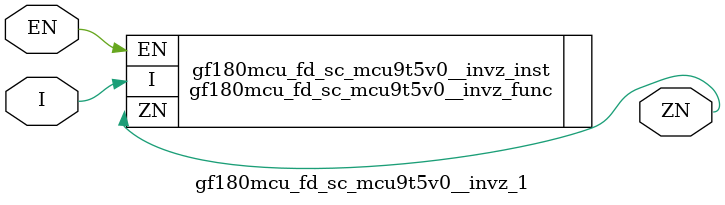
<source format=v>

`ifndef GF180MCU_FD_SC_MCU9T5V0__INVZ_1_V
`define GF180MCU_FD_SC_MCU9T5V0__INVZ_1_V

`include "gf180mcu_fd_sc_mcu9t5v0__invz_func.v"

`ifdef USE_POWER_PINS
module gf180mcu_fd_sc_mcu9t5v0__invz_1( EN, ZN, I, VDD, VSS );
inout VDD, VSS;
`else // If not USE_POWER_PINS
module gf180mcu_fd_sc_mcu9t5v0__invz_1( EN, ZN, I );
`endif // If not USE_POWER_PINS
input EN, I;
output ZN;

`ifdef USE_POWER_PINS
  gf180mcu_fd_sc_mcu9t5v0__invz_func gf180mcu_fd_sc_mcu9t5v0__invz_inst(.EN(EN),.ZN(ZN),.I(I),.VDD(VDD),.VSS(VSS));
`else // If not USE_POWER_PINS
  gf180mcu_fd_sc_mcu9t5v0__invz_func gf180mcu_fd_sc_mcu9t5v0__invz_inst(.EN(EN),.ZN(ZN),.I(I));
`endif // If not USE_POWER_PINS

`ifndef FUNCTIONAL
	// spec_gates_begin


	// spec_gates_end



   specify

	// specify_block_begin

	// comb arc EN --> ZN
	 (EN => ZN) = (1.0,1.0);

	// comb arc I --> ZN
	 (I => ZN) = (1.0,1.0);

	// specify_block_end

   endspecify

   `endif

endmodule
`endif // GF180MCU_FD_SC_MCU9T5V0__INVZ_1_V

</source>
